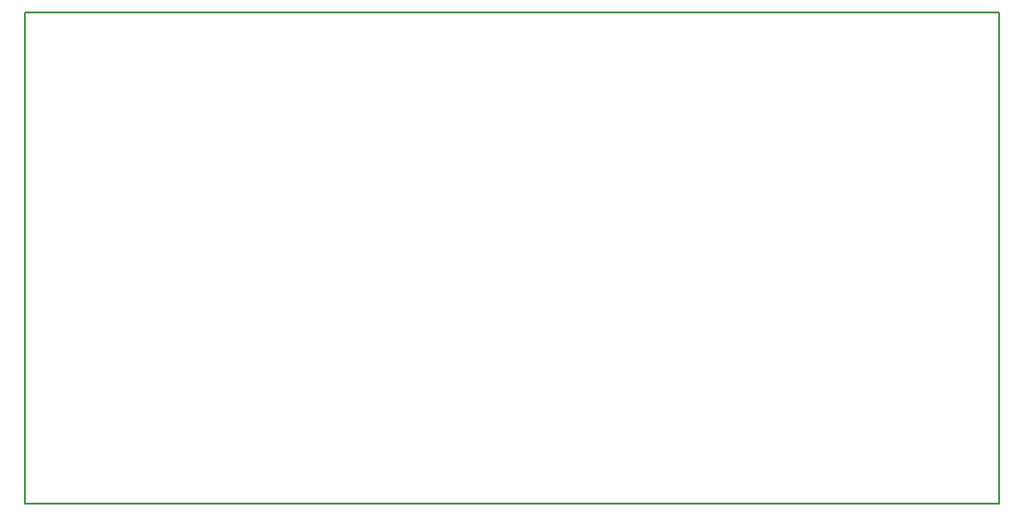
<source format=gbr>
G04 #@! TF.GenerationSoftware,KiCad,Pcbnew,(5.0.0)*
G04 #@! TF.CreationDate,2019-03-26T18:29:11-05:00*
G04 #@! TF.ProjectId,PP_OCT,50505F4F43542E6B696361645F706362,rev?*
G04 #@! TF.SameCoordinates,Original*
G04 #@! TF.FileFunction,Profile,NP*
%FSLAX46Y46*%
G04 Gerber Fmt 4.6, Leading zero omitted, Abs format (unit mm)*
G04 Created by KiCad (PCBNEW (5.0.0)) date 03/26/19 18:29:11*
%MOMM*%
%LPD*%
G01*
G04 APERTURE LIST*
%ADD10C,0.150000*%
G04 APERTURE END LIST*
D10*
X87590000Y-152980000D02*
X173750000Y-152980000D01*
X173740000Y-109470000D02*
X173750000Y-152970000D01*
X87580000Y-109470000D02*
X87590000Y-152970000D01*
X87580000Y-109470000D02*
X173740000Y-109470000D01*
M02*

</source>
